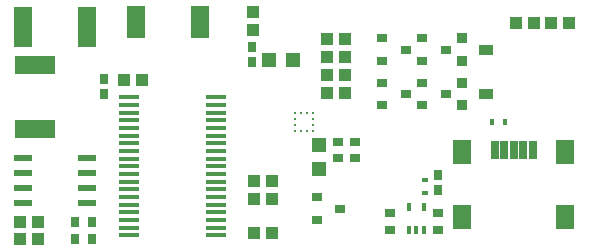
<source format=gtp>
G04 Layer_Color=8421504*
%FSLAX25Y25*%
%MOIN*%
G70*
G01*
G75*
%ADD10R,0.04000X0.04000*%
%ADD11R,0.02756X0.03543*%
%ADD12R,0.04000X0.04000*%
%ADD13R,0.05000X0.03600*%
%ADD14R,0.03600X0.03600*%
%ADD15R,0.03543X0.03150*%
%ADD16R,0.01181X0.02953*%
%ADD17R,0.02756X0.03543*%
%ADD18R,0.06102X0.02362*%
%ADD19R,0.05000X0.05000*%
%ADD20R,0.03543X0.02756*%
%ADD21R,0.00984X0.01083*%
%ADD22R,0.01083X0.00984*%
%ADD23R,0.01575X0.02362*%
%ADD24R,0.07087X0.01181*%
%ADD25R,0.06299X0.11024*%
%ADD26R,0.05000X0.05000*%
%ADD27R,0.02362X0.01575*%
%ADD28R,0.06299X0.13780*%
%ADD29R,0.13780X0.06299*%
%ADD30R,0.06299X0.07874*%
%ADD31R,0.02756X0.06299*%
D10*
X40757Y58100D02*
D03*
X46757D02*
D03*
X90100Y6900D02*
D03*
X84100D02*
D03*
X177399Y77100D02*
D03*
X171399D02*
D03*
X189200D02*
D03*
X183200D02*
D03*
X12119Y10740D02*
D03*
X6119D02*
D03*
X12119Y4939D02*
D03*
X6119D02*
D03*
D11*
X34200Y58328D02*
D03*
Y53210D02*
D03*
X145408Y21159D02*
D03*
Y26277D02*
D03*
X83328Y63972D02*
D03*
Y69090D02*
D03*
D12*
X84200Y24300D02*
D03*
Y18300D02*
D03*
X114301Y65569D02*
D03*
Y71569D02*
D03*
Y59768D02*
D03*
Y53768D02*
D03*
X108500Y59768D02*
D03*
Y53768D02*
D03*
Y65569D02*
D03*
Y71569D02*
D03*
X90001Y24300D02*
D03*
Y18300D02*
D03*
X83928Y74662D02*
D03*
Y80662D02*
D03*
D13*
X161328Y53240D02*
D03*
Y68028D02*
D03*
D14*
X153328Y49540D02*
D03*
Y57040D02*
D03*
Y64328D02*
D03*
Y71828D02*
D03*
D15*
X126863Y71818D02*
D03*
Y64338D02*
D03*
X134737Y68078D02*
D03*
X126863Y57030D02*
D03*
Y49549D02*
D03*
X134737Y53290D02*
D03*
X140081Y57030D02*
D03*
Y49549D02*
D03*
X147955Y53290D02*
D03*
X140081Y71818D02*
D03*
Y64338D02*
D03*
X147955Y68078D02*
D03*
X104966Y18840D02*
D03*
Y11360D02*
D03*
X112840Y15100D02*
D03*
D16*
X135634Y15580D02*
D03*
X138193Y8100D02*
D03*
X140752Y15580D02*
D03*
X135634Y8100D02*
D03*
X140752D02*
D03*
D17*
X24591Y4862D02*
D03*
X30103D02*
D03*
X24591Y10663D02*
D03*
X30103D02*
D03*
D18*
X7170Y31877D02*
D03*
Y26877D02*
D03*
Y21877D02*
D03*
Y16877D02*
D03*
X28430D02*
D03*
Y21877D02*
D03*
Y26877D02*
D03*
Y31877D02*
D03*
D19*
X105695Y28205D02*
D03*
Y36205D02*
D03*
D20*
X129433Y13513D02*
D03*
Y8002D02*
D03*
X117797Y37327D02*
D03*
Y31815D02*
D03*
X111996D02*
D03*
Y37327D02*
D03*
X145581Y8002D02*
D03*
Y13513D02*
D03*
D21*
X101768Y41047D02*
D03*
X99799D02*
D03*
Y46953D02*
D03*
X101768D02*
D03*
D22*
X97830Y43016D02*
D03*
Y44984D02*
D03*
Y46953D02*
D03*
X103736Y44984D02*
D03*
Y43016D02*
D03*
Y41047D02*
D03*
Y46953D02*
D03*
X97830Y41047D02*
D03*
D23*
X163402Y43800D02*
D03*
X167732D02*
D03*
D24*
X71434Y6139D02*
D03*
Y8698D02*
D03*
Y11258D02*
D03*
Y13817D02*
D03*
Y16376D02*
D03*
Y18935D02*
D03*
Y21494D02*
D03*
Y24053D02*
D03*
Y26612D02*
D03*
Y29171D02*
D03*
Y31730D02*
D03*
Y34289D02*
D03*
Y36848D02*
D03*
Y39407D02*
D03*
Y41966D02*
D03*
Y44525D02*
D03*
Y47084D02*
D03*
Y49643D02*
D03*
Y52202D02*
D03*
X42300Y6139D02*
D03*
Y8698D02*
D03*
Y11258D02*
D03*
Y13817D02*
D03*
Y16376D02*
D03*
Y18935D02*
D03*
Y21494D02*
D03*
Y24053D02*
D03*
Y26612D02*
D03*
Y29171D02*
D03*
Y31730D02*
D03*
Y34289D02*
D03*
Y36848D02*
D03*
Y39407D02*
D03*
Y41966D02*
D03*
Y44525D02*
D03*
Y47084D02*
D03*
Y49643D02*
D03*
Y52202D02*
D03*
D25*
X44870Y77151D02*
D03*
X66130D02*
D03*
D26*
X97029Y64700D02*
D03*
X89029D02*
D03*
D27*
X141026Y24506D02*
D03*
Y20175D02*
D03*
D28*
X7269Y75773D02*
D03*
X28528D02*
D03*
D29*
X11009Y62830D02*
D03*
Y41570D02*
D03*
D30*
X153543Y33913D02*
D03*
X187795D02*
D03*
Y12259D02*
D03*
X153543D02*
D03*
D31*
X176969Y34700D02*
D03*
X173819D02*
D03*
X170669D02*
D03*
X167520D02*
D03*
X164370D02*
D03*
M02*

</source>
